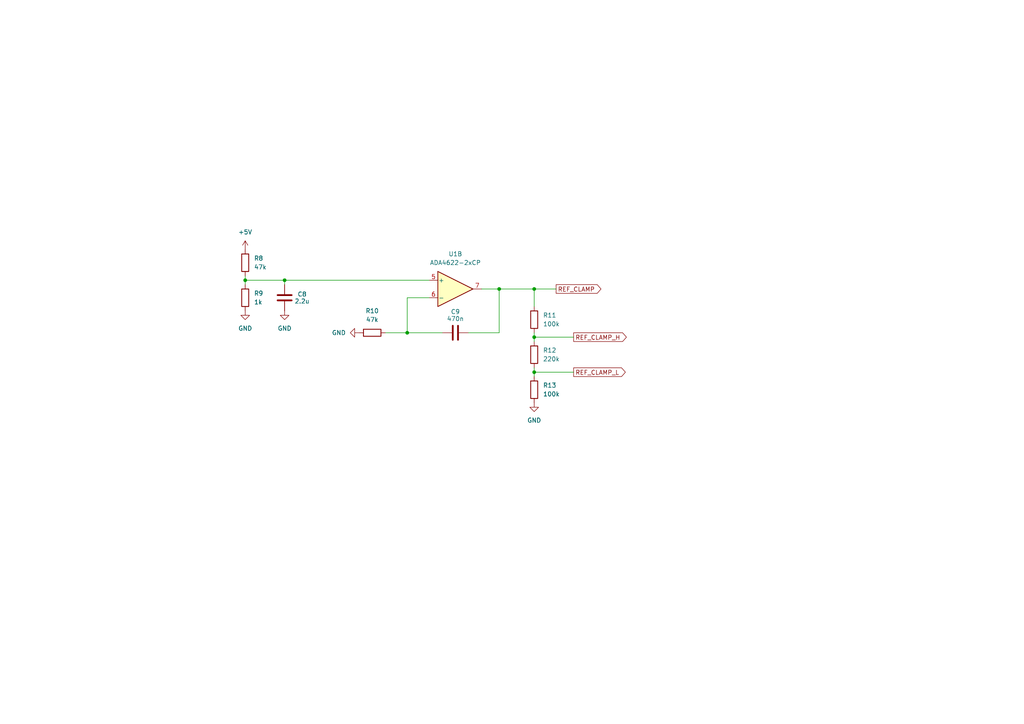
<source format=kicad_sch>
(kicad_sch (version 20231120) (generator "eeschema") (generator_version "8.0")
  (paper "A4")
  (lib_symbols
    (symbol "Amplifier_Operational:ADA4622-2xCP" (pin_names (offset 0.127))
      (property "Reference" "U" (at 0 5.08 0))
      (property "Value" "ADA4622-2xCP" (at 0 -5.08 0))
      (symbol "ADA4622-2xCP_1_1"
        (polyline (pts (xy -5.08 5.08) (xy 5.08 0) (xy -5.08 -5.08) (xy -5.08 5.08)) (stroke (width 0.254)) (fill (type background)))
        (pin output line (at 7.62 0 180) (length 2.54) (name "~") (number "1"))
        (pin input line (at -7.62 -2.54 0) (length 2.54) (name "-") (number "2"))
        (pin input line (at -7.62 2.54 0) (length 2.54) (name "+") (number "3"))
      )
      (symbol "ADA4622-2xCP_2_1"
        (polyline (pts (xy -5.08 5.08) (xy 5.08 0) (xy -5.08 -5.08) (xy -5.08 5.08)) (stroke (width 0.254)) (fill (type background)))
        (pin input line (at -7.62 2.54 0) (length 2.54) (name "+") (number "5"))
        (pin input line (at -7.62 -2.54 0) (length 2.54) (name "-") (number "6"))
        (pin output line (at 7.62 0 180) (length 2.54) (name "~") (number "7"))
      )
      (symbol "ADA4622-2xCP_3_1"
        (pin power_in line (at -2.54 -7.62 90) (length 3.81) (name "V-") (number "4"))
        (pin power_in line (at -2.54 7.62 270) (length 3.81) (name "V+") (number "8"))
        (pin passive line (at -2.54 7.62 270) (length 3.81) hide (name "V+") (number "9"))
      )
    )
    (symbol "Device:C" (pin_numbers hide) (pin_names (offset 0.254))
      (property "Reference" "C" (at 0.635 2.54 0))
      (property "Value" "C" (at 0.635 -2.54 0))
      (symbol "C_0_1"
        (polyline (pts (xy -2.032 -0.762) (xy 2.032 -0.762)) (stroke (width 0.508)))
        (polyline (pts (xy -2.032 0.762) (xy 2.032 0.762)) (stroke (width 0.508)))
      )
      (symbol "C_1_1"
        (pin passive line (at 0 3.81 270) (length 2.794) (name "~") (number "1"))
        (pin passive line (at 0 -3.81 90) (length 2.794) (name "~") (number "2"))
      )
    )
    (symbol "Device:R" (pin_numbers hide) (pin_names (offset 0))
      (property "Reference" "R" (at 2.032 0 90))
      (property "Value" "R" (at 0 0 90))
      (symbol "R_0_1"
        (rectangle (start -1.016 -2.54) (end 1.016 2.54) (stroke (width 0.254)))
      )
      (symbol "R_1_1"
        (pin passive line (at 0 3.81 270) (length 1.27) (name "~") (number "1"))
        (pin passive line (at 0 -3.81 90) (length 1.27) (name "~") (number "2"))
      )
    )
    (symbol "power:+5V" (power) (pin_names (offset 0))
      (property "Value" "+5V" (at 0 3.556 0))
      (symbol "+5V_0_1"
        (polyline (pts (xy -0.762 1.27) (xy 0 2.54)))
        (polyline (pts (xy 0 0) (xy 0 2.54)))
        (polyline (pts (xy 0 2.54) (xy 0.762 1.27)))
      )
      (symbol "+5V_1_1"
        (pin power_in line (at 0 0 90) (length 0) hide (name "+5V") (number "1"))
      )
    )
    (symbol "power:GND" (power) (pin_names (offset 0))
      (property "Value" "GND" (at 0 -3.81 0))
      (symbol "GND_0_1"
        (polyline (pts (xy 0 0) (xy 0 -1.27) (xy 1.27 -1.27) (xy 0 -2.54) (xy -1.27 -1.27) (xy 0 -1.27)))
      )
      (symbol "GND_1_1"
        (pin power_in line (at 0 0 270) (length 0) hide (name "GND") (number "1"))
      )
    )
  )
  (junction (at 154.94 107.95))
  (junction (at 154.94 83.82))
  (junction (at 144.78 83.82))
  (junction (at 71.12 81.28))
  (junction (at 118.11 96.52))
  (junction (at 82.55 81.28))
  (junction (at 154.94 97.79))
  (wire (pts (xy 82.55 81.28) (xy 124.46 81.28)))
  (wire (pts (xy 144.78 83.82) (xy 154.94 83.82)))
  (wire (pts (xy 154.94 83.82) (xy 154.94 88.9)))
  (wire (pts (xy 154.94 107.95) (xy 154.94 109.22)))
  (wire (pts (xy 118.11 86.36) (xy 124.46 86.36)))
  (wire (pts (xy 118.11 96.52) (xy 118.11 86.36)))
  (wire (pts (xy 154.94 97.79) (xy 154.94 99.06)))
  (wire (pts (xy 118.11 96.52) (xy 128.27 96.52)))
  (wire (pts (xy 154.94 96.52) (xy 154.94 97.79)))
  (wire (pts (xy 71.12 81.28) (xy 71.12 82.55)))
  (wire (pts (xy 135.89 96.52) (xy 144.78 96.52)))
  (wire (pts (xy 154.94 97.79) (xy 166.37 97.79)))
  (wire (pts (xy 82.55 81.28) (xy 82.55 82.55)))
  (wire (pts (xy 144.78 83.82) (xy 144.78 96.52)))
  (wire (pts (xy 111.76 96.52) (xy 118.11 96.52)))
  (wire (pts (xy 71.12 80.01) (xy 71.12 81.28)))
  (wire (pts (xy 139.7 83.82) (xy 144.78 83.82)))
  (wire (pts (xy 154.94 83.82) (xy 161.29 83.82)))
  (wire (pts (xy 154.94 106.68) (xy 154.94 107.95)))
  (wire (pts (xy 71.12 81.28) (xy 82.55 81.28)))
  (wire (pts (xy 154.94 107.95) (xy 166.37 107.95)))
  (global_label "REF_CLAMP" (shape output) (at 161.29 83.82 0) (property "Intersheetrefs" "${INTERSHEET_REFS}" (effects (hide yes))))
  (global_label "REF_CLAMP_H" (shape output) (at 166.37 97.79 0) (property "Intersheetrefs" "${INTERSHEET_REFS}" (effects (hide yes))))
  (global_label "REF_CLAMP_L" (shape output) (at 166.37 107.95 0) (property "Intersheetrefs" "${INTERSHEET_REFS}" (effects (hide yes))))
  (symbol (lib_id "Device:R") (at 107.95 96.52 270) (unit 1)
    (property "Reference" "R10" (at 107.95 90.17 90))
    (property "Value" "47k" (at 107.95 92.71 90))
    (property "Footprint" "Resistor_SMD:R_1206_3216Metric_Pad1.30x1.75mm_HandSolder" (effects (hide yes)))
    (property "Part Number" "CRCW120647K0FKEA" (effects (hide yes)))
    (property "Link" "https://www.mouser.com/ProductDetail/Vishay-Dale/CRCW120647K0FKEA?qs=sGAEpiMZZMvdGkrng054tygjBeyq%2FOAOSAL89hjafE0%3D" (effects (hide yes)))
  )
  (symbol (lib_id "power:GND") (at 104.14 96.52 270) (unit 1)
    (property "Reference" "#PWR018" (effects (hide yes)))
    (property "Value" "GND" (at 100.33 96.52 90) (effects (justify right)))
  )
  (symbol (lib_id "Device:C") (at 132.08 96.52 270) (mirror x) (unit 1)
    (property "Reference" "C9" (at 132.08 90.424 90))
    (property "Value" "470n" (at 132.08 92.456 90))
    (property "Footprint" "Capacitor_SMD:C_1206_3216Metric_Pad1.33x1.80mm_HandSolder" (effects (hide yes)))
    (property "Part Number" "C1206C474K3RAC" (effects (hide yes)))
    (property "Link" "https://www.mouser.com/ProductDetail/KEMET/C1206C474K3RAC?qs=1r5zKhvYIsgNUdBu0K1zkw%3D%3D" (effects (hide yes)))
  )
  (symbol (lib_id "power:+5V") (at 71.12 72.39 0) (unit 1)
    (property "Reference" "#PWR015" (effects (hide yes)))
    (property "Value" "+5V" (at 71.12 67.31 0))
  )
  (symbol (lib_id "power:GND") (at 154.94 116.84 0) (unit 1)
    (property "Reference" "#PWR019" (effects (hide yes)))
    (property "Value" "GND" (at 154.94 121.92 0))
  )
  (symbol (lib_id "Device:R") (at 71.12 86.36 180) (unit 1)
    (property "Reference" "R9" (at 73.66 85.0899 0) (effects (justify right)))
    (property "Value" "1k" (at 73.66 87.6299 0) (effects (justify right)))
    (property "Footprint" "Resistor_SMD:R_1206_3216Metric_Pad1.30x1.75mm_HandSolder" (effects (hide yes)))
    (property "Part Number" "CRCW12061K00FKEA" (effects (hide yes)))
    (property "Link" "https://www.mouser.com/ProductDetail/Vishay-Dale/CRCW12061K00FKEA?qs=sGAEpiMZZMvdGkrng054tygjBeyq%2FOAOmOYytucnaxQ%3D" (effects (hide yes)))
  )
  (symbol (lib_id "power:GND") (at 71.12 90.17 0) (unit 1)
    (property "Reference" "#PWR016" (effects (hide yes)))
    (property "Value" "GND" (at 71.12 95.25 0))
  )
  (symbol (lib_id "power:GND") (at 82.55 90.17 0) (unit 1)
    (property "Reference" "#PWR017" (effects (hide yes)))
    (property "Value" "GND" (at 82.55 95.25 0))
  )
  (symbol (lib_id "Device:R") (at 71.12 76.2 180) (unit 1)
    (property "Reference" "R8" (at 73.66 74.9299 0) (effects (justify right)))
    (property "Value" "47k" (at 73.66 77.4699 0) (effects (justify right)))
    (property "Footprint" "Resistor_SMD:R_1206_3216Metric_Pad1.30x1.75mm_HandSolder" (effects (hide yes)))
    (property "Part Number" "CRCW120647K0FKEA" (effects (hide yes)))
    (property "Link" "https://www.mouser.com/ProductDetail/Vishay-Dale/CRCW120647K0FKEA?qs=sGAEpiMZZMvdGkrng054tygjBeyq%2FOAOSAL89hjafE0%3D" (effects (hide yes)))
  )
  (symbol (lib_id "Device:R") (at 154.94 102.87 180) (unit 1)
    (property "Reference" "R12" (at 157.48 101.5999 0) (effects (justify right)))
    (property "Value" "220k" (at 157.48 104.1399 0) (effects (justify right)))
    (property "Footprint" "Resistor_SMD:R_1206_3216Metric_Pad1.30x1.75mm_HandSolder" (effects (hide yes)))
    (property "Part Number" "CRCW1206220KFKEA" (effects (hide yes)))
    (property "Link" "https://www.mouser.com/ProductDetail/Vishay-Dale/CRCW1206220KFKEA?qs=sGAEpiMZZMvdGkrng054t51pOH1w%252BQdt3xoObIOJr40%3D" (effects (hide yes)))
  )
  (symbol (lib_id "Device:C") (at 82.55 86.36 0) (mirror x) (unit 1)
    (property "Reference" "C8" (at 87.63 85.344 0))
    (property "Value" "2.2u" (at 87.63 87.376 0))
    (property "Footprint" "Capacitor_SMD:C_1206_3216Metric_Pad1.33x1.80mm_HandSolder" (effects (hide yes)))
    (property "Part Number" " C1206C225K4RACTU" (effects (hide yes)))
    (property "Link" "https://www.mouser.com/ProductDetail/KEMET/C1206C225K4RACTU?qs=zThxXyNivNUtVx37CV5QgQ%3D%3D" (effects (hide yes)))
  )
  (symbol (lib_id "Device:R") (at 154.94 113.03 180) (unit 1)
    (property "Reference" "R13" (at 157.48 111.7599 0) (effects (justify right)))
    (property "Value" "100k" (at 157.48 114.2999 0) (effects (justify right)))
    (property "Footprint" "Resistor_SMD:R_1206_3216Metric_Pad1.30x1.75mm_HandSolder" (effects (hide yes)))
    (property "Part Number" "CRCW1206100KFKEAC" (effects (hide yes)))
    (property "Link" "https://www.mouser.com/ProductDetail/Vishay-Dale/CRCW1206100KFKEAC?qs=sGAEpiMZZMvdGkrng054t8r8AhKhXLMmmPOPUF3YIkGHV5%2F6A7eNFQ%3D%3D" (effects (hide yes)))
  )
  (symbol (lib_id "Amplifier_Operational:ADA4622-2xCP") (at 132.08 83.82 0) (unit 2)
    (property "Reference" "U1" (at 132.08 73.66 0))
    (property "Value" "ADA4622-2xCP" (at 132.08 76.2 0))
    (property "Footprint" "Package_SO:SOIC-8_3.9x4.9mm_P1.27mm" (effects (hide yes)))
    (property "Datasheet" "https://www.analog.com/media/en/technical-documentation/data-sheets/ada4622-1-4622-2-4622-4.pdf" (effects (hide yes)))
    (property "Part Number" "ADA4622-2ARZ-R7" (effects (hide yes)))
    (property "Link" "https://www.mouser.com/ProductDetail/Analog-Devices/ADA4622-2ARZ-R7?qs=JeIcUl65ClCCAMSDS6Ggdg%3D%3D" (effects (hide yes)))
  )
  (symbol (lib_id "Device:R") (at 154.94 92.71 180) (unit 1)
    (property "Reference" "R11" (at 157.48 91.4399 0) (effects (justify right)))
    (property "Value" "100k" (at 157.48 93.9799 0) (effects (justify right)))
    (property "Footprint" "Resistor_SMD:R_1206_3216Metric_Pad1.30x1.75mm_HandSolder" (effects (hide yes)))
    (property "Part Number" "CRCW1206100KFKEAC" (effects (hide yes)))
    (property "Link" "https://www.mouser.com/ProductDetail/Vishay-Dale/CRCW1206100KFKEAC?qs=sGAEpiMZZMvdGkrng054t8r8AhKhXLMmmPOPUF3YIkGHV5%2F6A7eNFQ%3D%3D" (effects (hide yes)))
  )
)
</source>
